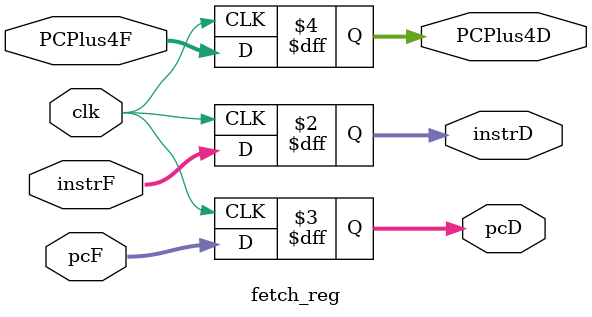
<source format=sv>
module fetch_reg #(
    parameter   ADDRESS_WIDTH = 32
) (
    input  logic                       clk,
    input  logic [ADDRESS_WIDTH-1:0]   instrF,
    input  logic [ADDRESS_WIDTH-1:0]   pcF,
    input  logic [ADDRESS_WIDTH-1:0]   PCPlus4F,
    output logic [ADDRESS_WIDTH-1:0]   instrD,
    output logic [ADDRESS_WIDTH-1:0]   pcD,
    output logic [ADDRESS_WIDTH-1:0]   PCPlus4D
);
    always_ff @(posedge clk) begin
        instrD <= instrF;
        pcD <= pcF;
        PCPlus4D <= PCPlus4F;
    end
endmodule

</source>
